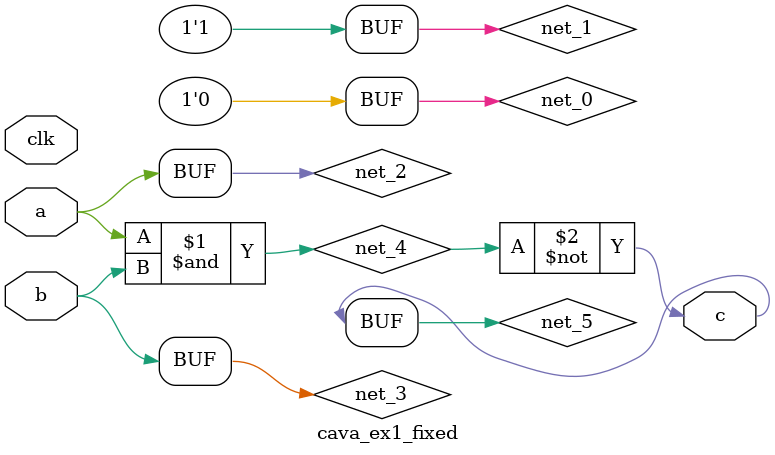
<source format=sv>

module cava_ex1_fixed(
  input logic b,
  input logic a,
  output logic c,
// LIMITATION: Currently require clk input (easy to fix...)
  input logic clk);

// REMOVED:
// timeunit 1ns; timeprecision 1ns;

  logic net_0;
  logic net_1;
  logic net_2;
  logic net_3;
  logic net_4;
  logic net_5;

  // Constant nets
  assign net_0 = 1'b0;
  assign net_1 = 1'b1;
  // Wire up inputs.
  assign net_3 = b;
  assign net_2 = a;
  // Wire up outputs.
  assign c = net_5;

  not inst5 (net_5, net_4);
  and inst4 (net_4, net_2, net_3);

endmodule

</source>
